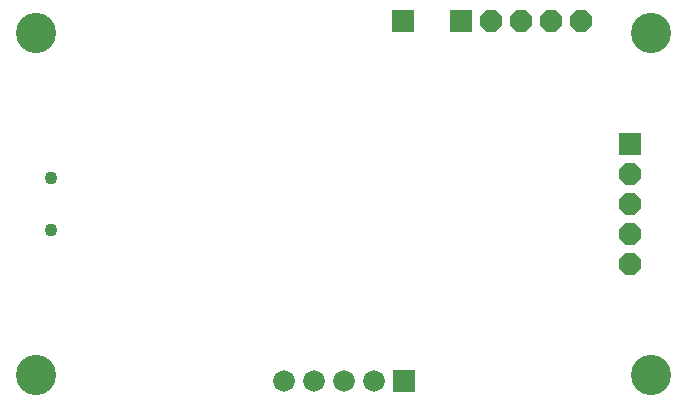
<source format=gbs>
G75*
G70*
%OFA0B0*%
%FSLAX24Y24*%
%IPPOS*%
%LPD*%
%AMOC8*
5,1,8,0,0,1.08239X$1,22.5*
%
%ADD10R,0.0720X0.0720*%
%ADD11OC8,0.0720*%
%ADD12C,0.0434*%
%ADD13C,0.0720*%
%ADD14C,0.1340*%
D10*
X018205Y008312D03*
X025739Y016218D03*
X020111Y020320D03*
X018174Y020320D03*
D11*
X021111Y020320D03*
X022111Y020320D03*
X023111Y020320D03*
X024111Y020320D03*
X025739Y015218D03*
X025739Y014218D03*
X025739Y013218D03*
X025739Y012218D03*
D12*
X006453Y013351D03*
X006453Y015084D03*
D13*
X014205Y008312D03*
X015205Y008312D03*
X016205Y008312D03*
X017205Y008312D03*
D14*
X005969Y008509D03*
X005969Y019926D03*
X026442Y019926D03*
X026442Y008509D03*
M02*

</source>
